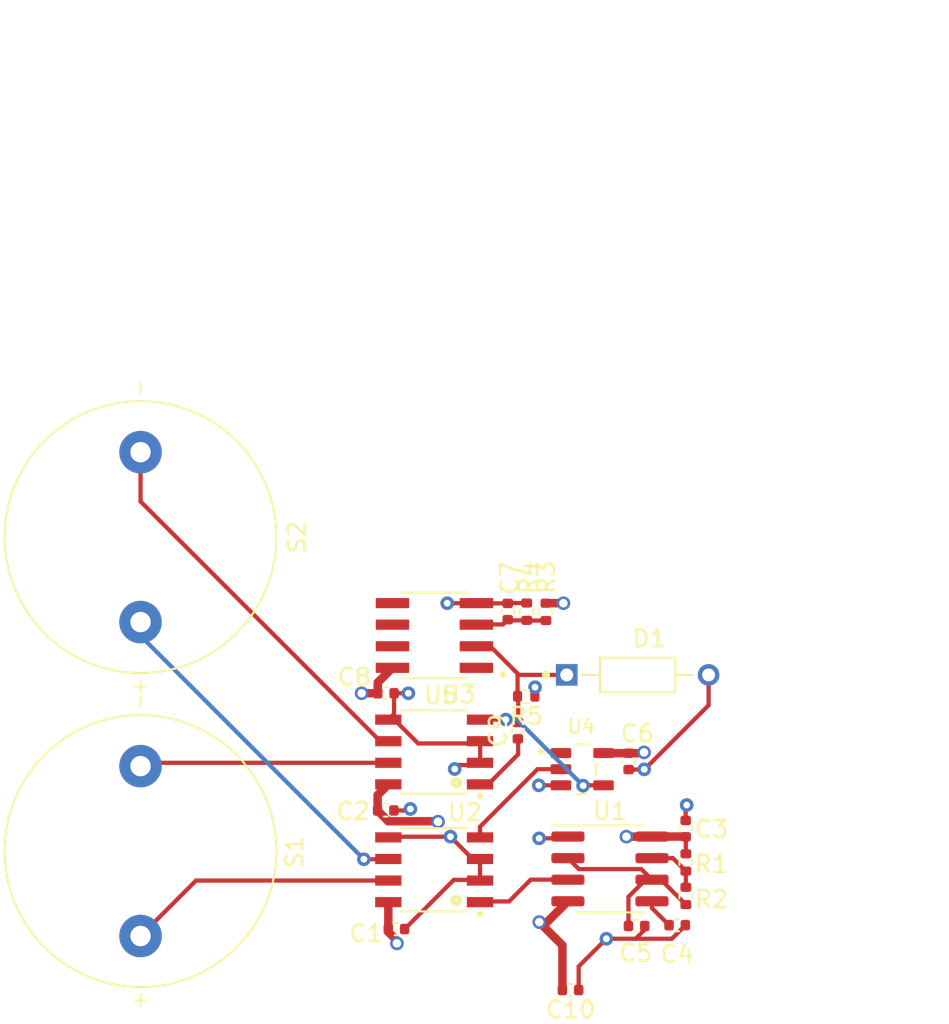
<source format=kicad_pcb>
(kicad_pcb (version 20211014) (generator pcbnew)
  (title_block (title "DCA_Sensor_Unit_PCB ") (date "2023-02-01") (rev "v1.1") (company "DCA"))
  (layers (0 "F.Cu" signal) (1 "In1.Cu" signal) (2 "In2.Cu" signal) (31 "B.Cu" signal) (34 "B.Paste" user) (35 "F.Paste" user) (36 "B.SilkS" user "B.Silkscreen") (37 "F.SilkS" user "F.Silkscreen") (38 "B.Mask" user) (39 "F.Mask" user) (44 "Edge.Cuts" user))
  (net 0 "")
  (net 1 "GND")
  (net 2 "+5V")
  (net 3 "Net-(C4-Pad1)")
  (net 4 "Net-(C5-Pad1)")
  (net 5 "Net-(C7-Pad1)")
  (net 6 "Net-(R1-Pad2)")
  (net 7 "Net-(S1-PadP)")
  (net 8 "Net-(S1-PadN)")
  (net 9 "Net-(S2-PadP)")
  (net 10 "Net-(S2-PadN)")
  (net 11 "Net-(U1-Pad3)")
  (net 12 "SAMD20 GPIO1")
  (net 13 "Net-(U3-Pad4)")
  (net 15 "SAMD20 GPIO2")
  (net 19 "Net-(C9-Pad1)")
  (net 20 "Net-(C9-Pad2)")
  (footprint "Capacitor_SMD:C_0402_1005Metric" (layer "F.Cu") (at 226.22 147.3 180)
    (fp_text reference "C2" (at 1.93 -0.05) (layer "F.SilkS"))
    (fp_text value "100nF")
    (fp_line (start -0.107836 0.36) (end 0.107836 0.36) (layer "F.SilkS") (width 0.12))
    (fp_line (start -0.107836 -0.36) (end 0.107836 -0.36) (layer "F.SilkS") (width 0.12))
    (pad "1" smd roundrect (at -0.48 0 180) (size 0.56 0.62) (layers "F.Cu" "F.Paste" "F.Mask") (net 1 "GND"))
    (pad "2" smd roundrect (at 0.48 0 180) (size 0.56 0.62) (layers "F.Cu" "F.Paste" "F.Mask") (net 2 "+5V"))
  )
  (footprint "LM193DR:SOIC127P599X175-8N" (layer "F.Cu") (at 229.085 137 180)
    (fp_text reference "U5" (at -0.385 -3.537 180) (layer "F.SilkS"))
    (fp_text value "LM193DR")
    (fp_line (start -1.95 2.525) (end 1.95 2.525) (layer "F.SilkS") (width 0.127))
    (fp_line (start -1.95 -2.525) (end 1.95 -2.525) (layer "F.SilkS") (width 0.127))
    (fp_circle (center -4.04 -2.305) (end -3.94 -2.305) (layer "F.SilkS") (width 0.2) (fill none))
    (pad "1" smd roundrect locked (at -2.47 -1.905 180) (size 1.97 0.6) (layers "F.Cu" "F.Paste" "F.Mask") (roundrect_rratio 0.07) (net 15 "SAMD20 GPIO2"))
    (pad "2" smd roundrect locked (at -2.47 -0.635 180) (size 1.97 0.6) (layers "F.Cu" "F.Paste" "F.Mask") (roundrect_rratio 0.07) (net 20 "Net-(C9-Pad2)"))
    (pad "3" smd roundrect locked (at -2.47 0.635 180) (size 1.97 0.6) (layers "F.Cu" "F.Paste" "F.Mask") (roundrect_rratio 0.07) (net 5 "Net-(C7-Pad1)"))
    (pad "4" smd roundrect locked (at -2.47 1.905 180) (size 1.97 0.6) (layers "F.Cu" "F.Paste" "F.Mask") (roundrect_rratio 0.07) (net 1 "GND"))
    (pad "5" smd roundrect locked (at 2.47 1.905 180) (size 1.97 0.6) (layers "F.Cu" "F.Paste" "F.Mask") (roundrect_rratio 0.07))
    (pad "6" smd roundrect locked (at 2.47 0.635 180) (size 1.97 0.6) (layers "F.Cu" "F.Paste" "F.Mask") (roundrect_rratio 0.07))
    (pad "7" smd roundrect locked (at 2.47 -0.635 180) (size 1.97 0.6) (layers "F.Cu" "F.Paste" "F.Mask") (roundrect_rratio 0.07))
    (pad "8" smd roundrect locked (at 2.47 -1.905 180) (size 1.97 0.6) (layers "F.Cu" "F.Paste" "F.Mask") (roundrect_rratio 0.07) (net 2 "+5V"))
  )
  (footprint "Resistor_SMD:R_0402_1005Metric" (layer "F.Cu") (at 234.52 135.6 90)
    (fp_text reference "R4" (at 2 0.07 90) (layer "F.SilkS"))
    (fp_text value "560")
    (fp_line (start -0.153641 -0.38) (end 0.153641 -0.38) (layer "F.SilkS") (width 0.12))
    (fp_line (start -0.153641 0.38) (end 0.153641 0.38) (layer "F.SilkS") (width 0.12))
    (pad "1" smd roundrect (at -0.51 0 90) (size 0.54 0.64) (layers "F.Cu" "F.Paste" "F.Mask") (net 5 "Net-(C7-Pad1)"))
    (pad "2" smd roundrect (at 0.51 0 90) (size 0.54 0.64) (layers "F.Cu" "F.Paste" "F.Mask") (net 1 "GND"))
  )
  (footprint "CUSA-TR80-18-2400-TH:XDCR_CUSA-TR80-18-2400-TH" (layer "F.Cu") (at 211.78 131.21 90)
    (fp_text reference "S2" (at 0 9.21 90) (layer "F.SilkS"))
    (fp_text value "CUSA-TR80")
    (fp_line (start -8.8 -0.3) (end -8.8 0.3) (layer "F.SilkS") (width 0.127))
    (fp_line (start -9.1 0) (end -8.5 0) (layer "F.SilkS") (width 0.127))
    (fp_line (start 9.1 0) (end 8.5 0) (layer "F.SilkS") (width 0.127))
    (fp_circle (center 0 0) (end 8 0) (layer "F.SilkS") (width 0.127) (fill none))
    (pad "N" thru_hole circle locked (at 5 0 90) (size 2.5 2.5) (drill 1.2) (layers *.Cu *.Mask) (net 10 "Net-(S2-PadN)"))
    (pad "P" thru_hole circle locked (at -5 0 90) (size 2.5 2.5) (drill 1.2) (layers *.Cu *.Mask) (net 9 "Net-(S2-PadP)"))
  )
  (footprint "Capacitor_SMD:C_0402_1005Metric" (layer "F.Cu") (at 243.88 148.37 -90)
    (fp_text reference "C3" (at 0.02 -1.52 180) (layer "F.SilkS"))
    (fp_text value "100nF")
    (fp_line (start -0.107836 -0.36) (end 0.107836 -0.36) (layer "F.SilkS") (width 0.12))
    (fp_line (start -0.107836 0.36) (end 0.107836 0.36) (layer "F.SilkS") (width 0.12))
    (pad "1" smd roundrect (at -0.48 0 270) (size 0.56 0.62) (layers "F.Cu" "F.Paste" "F.Mask") (net 1 "GND"))
    (pad "2" smd roundrect (at 0.48 0 270) (size 0.56 0.62) (layers "F.Cu" "F.Paste" "F.Mask") (net 2 "+5V"))
  )
  (footprint "Resistor_SMD:R_0402_1005Metric" (layer "F.Cu") (at 243.89 152.33 -90)
    (fp_text reference "R2" (at 0.2 -1.51 180) (layer "F.SilkS"))
    (fp_text value "1.5k")
    (fp_line (start -0.153641 0.38) (end 0.153641 0.38) (layer "F.SilkS") (width 0.12))
    (fp_line (start -0.153641 -0.38) (end 0.153641 -0.38) (layer "F.SilkS") (width 0.12))
    (pad "1" smd roundrect (at -0.51 0 270) (size 0.54 0.64) (layers "F.Cu" "F.Paste" "F.Mask") (net 6 "Net-(R1-Pad2)"))
    (pad "2" smd roundrect (at 0.51 0 270) (size 0.54 0.64) (layers "F.Cu" "F.Paste" "F.Mask") (net 4 "Net-(C5-Pad1)"))
  )
  (footprint "Capacitor_SMD:C_0402_1005Metric" (layer "F.Cu") (at 226.23 140.4)
    (fp_text reference "C8" (at -1.87 -0.96) (layer "F.SilkS"))
    (fp_text value "100nF")
    (fp_line (start -0.107836 -0.36) (end 0.107836 -0.36) (layer "F.SilkS") (width 0.12))
    (fp_line (start -0.107836 0.36) (end 0.107836 0.36) (layer "F.SilkS") (width 0.12))
    (pad "1" smd roundrect (at -0.48 0) (size 0.56 0.62) (layers "F.Cu" "F.Paste" "F.Mask") (net 2 "+5V"))
    (pad "2" smd roundrect (at 0.48 0) (size 0.56 0.62) (layers "F.Cu" "F.Paste" "F.Mask") (net 1 "GND"))
  )
  (footprint "Capacitor_SMD:C_0402_1005Metric" (layer "F.Cu") (at 237.1 157.87 180)
    (fp_text reference "C10" (at 0 -1.16) (layer "F.SilkS"))
    (fp_text value "1u")
    (fp_line (start -0.107836 0.36) (end 0.107836 0.36) (layer "F.SilkS") (width 0.12))
    (fp_line (start -0.107836 -0.36) (end 0.107836 -0.36) (layer "F.SilkS") (width 0.12))
    (pad "1" smd roundrect (at -0.48 0 180) (size 0.56 0.62) (layers "F.Cu" "F.Paste" "F.Mask") (net 1 "GND"))
    (pad "2" smd roundrect (at 0.48 0 180) (size 0.56 0.62) (layers "F.Cu" "F.Paste" "F.Mask") (net 2 "+5V"))
  )
  (footprint "Capacitor_SMD:C_0402_1005Metric" (layer "F.Cu") (at 234 142.6 90)
    (fp_text reference "C9" (at 0 -1.16 90) (layer "F.SilkS"))
    (fp_text value "10uF")
    (fp_line (start -0.107836 -0.36) (end 0.107836 -0.36) (layer "F.SilkS") (width 0.12))
    (fp_line (start -0.107836 0.36) (end 0.107836 0.36) (layer "F.SilkS") (width 0.12))
    (pad "1" smd roundrect (at -0.48 0 90) (size 0.56 0.62) (layers "F.Cu" "F.Paste" "F.Mask") (net 19 "Net-(C9-Pad1)"))
    (pad "2" smd roundrect (at 0.48 0 90) (size 0.56 0.62) (layers "F.Cu" "F.Paste" "F.Mask") (net 20 "Net-(C9-Pad2)"))
  )
  (footprint "Capacitor_SMD:C_0402_1005Metric" (layer "F.Cu") (at 240.99 154.1)
    (fp_text reference "C5" (at -0.05 1.59) (layer "F.SilkS"))
    (fp_text value "10nF")
    (fp_line (start -0.107836 -0.36) (end 0.107836 -0.36) (layer "F.SilkS") (width 0.12))
    (fp_line (start -0.107836 0.36) (end 0.107836 0.36) (layer "F.SilkS") (width 0.12))
    (pad "1" smd roundrect (at -0.48 0) (size 0.56 0.62) (layers "F.Cu" "F.Paste" "F.Mask") (net 4 "Net-(C5-Pad1)"))
    (pad "2" smd roundrect (at 0.48 0) (size 0.56 0.62) (layers "F.Cu" "F.Paste" "F.Mask") (net 1 "GND"))
  )
  (footprint "Capacitor_SMD:C_0402_1005Metric" (layer "F.Cu") (at 243.38 154.05)
    (fp_text reference "C4" (at 0 1.71) (layer "F.SilkS"))
    (fp_text value "1nF")
    (fp_line (start -0.107836 -0.36) (end 0.107836 -0.36) (layer "F.SilkS") (width 0.12))
    (fp_line (start -0.107836 0.36) (end 0.107836 0.36) (layer "F.SilkS") (width 0.12))
    (pad "1" smd roundrect (at -0.48 0) (size 0.56 0.62) (layers "F.Cu" "F.Paste" "F.Mask") (net 3 "Net-(C4-Pad1)"))
    (pad "2" smd roundrect (at 0.48 0) (size 0.56 0.62) (layers "F.Cu" "F.Paste" "F.Mask") (net 1 "GND"))
  )
  (footprint "Resistor_SMD:R_0402_1005Metric" (layer "F.Cu") (at 235.65 135.61 -90)
    (fp_text reference "R3" (at -2.02 -0.02 90) (layer "F.SilkS"))
    (fp_text value "2.7k")
    (fp_line (start -0.153641 -0.38) (end 0.153641 -0.38) (layer "F.SilkS") (width 0.12))
    (fp_line (start -0.153641 0.38) (end 0.153641 0.38) (layer "F.SilkS") (width 0.12))
    (pad "1" smd roundrect (at -0.51 0 270) (size 0.54 0.64) (layers "F.Cu" "F.Paste" "F.Mask") (net 2 "+5V"))
    (pad "2" smd roundrect (at 0.51 0 270) (size 0.54 0.64) (layers "F.Cu" "F.Paste" "F.Mask") (net 5 "Net-(C7-Pad1)"))
  )
  (footprint "Resistor_SMD:R_0402_1005Metric" (layer "F.Cu") (at 234.49 140.58 180)
    (fp_text reference "R5" (at 0 -1.17) (layer "F.SilkS"))
    (fp_text value "220")
    (fp_line (start -0.153641 0.38) (end 0.153641 0.38) (layer "F.SilkS") (width 0.12))
    (fp_line (start -0.153641 -0.38) (end 0.153641 -0.38) (layer "F.SilkS") (width 0.12))
    (pad "1" smd roundrect (at -0.51 0 180) (size 0.54 0.64) (layers "F.Cu" "F.Paste" "F.Mask") (net 2 "+5V"))
    (pad "2" smd roundrect (at 0.51 0 180) (size 0.54 0.64) (layers "F.Cu" "F.Paste" "F.Mask") (net 20 "Net-(C9-Pad2)"))
  )
  (footprint "CUSA-TR80-18-2400-TH:XDCR_CUSA-TR80-18-2400-TH" (layer "F.Cu") (at 211.78 149.69 90)
    (fp_text reference "S1" (at -0.06 9.07 90) (layer "F.SilkS"))
    (fp_text value "CUSA-TR80")
    (fp_line (start -8.8 -0.3) (end -8.8 0.3) (layer "F.SilkS") (width 0.127))
    (fp_line (start -9.1 0) (end -8.5 0) (layer "F.SilkS") (width 0.127))
    (fp_line (start 9.1 0) (end 8.5 0) (layer "F.SilkS") (width 0.127))
    (fp_circle (center 0 0) (end 8 0) (layer "F.SilkS") (width 0.127) (fill none))
    (pad "N" thru_hole circle locked (at 5 0 90) (size 2.5 2.5) (drill 1.2) (layers *.Cu *.Mask) (net 8 "Net-(S1-PadN)"))
    (pad "P" thru_hole circle locked (at -5 0 90) (size 2.5 2.5) (drill 1.2) (layers *.Cu *.Mask) (net 7 "Net-(S1-PadP)"))
  )
  (footprint "MAX4528CSA_:SOIC127P600X175-8N" (layer "F.Cu") (at 229.07 143.85875 180)
    (fp_text reference "U3" (at -1.45 3.37) (layer "F.SilkS") (effects (font (size 1.001669 1.001669))))
    (fp_text value "MAX4528CSA+")
    (fp_line (start -1.95 -2.45) (end 1.95 -2.45) (layer "F.SilkS") (width 0.127))
    (fp_line (start 1.95 2.45) (end -1.95 2.45) (layer "F.SilkS") (width 0.127))
    (fp_circle (center -2.7 -2.6) (end -2.6 -2.6) (layer "F.SilkS") (width 0.2) (fill none))
    (fp_circle (center -1.3 -1.8) (end -1.1 -1.8) (layer "F.SilkS") (width 0.3) (fill none))
    (pad "1" smd rect locked (at -2.7 -1.905 180) (size 1.55 0.6) (layers "F.Cu" "F.Paste" "F.Mask") (net 19 "Net-(C9-Pad1)"))
    (pad "2" smd rect locked (at -2.7 -0.635 180) (size 1.55 0.6) (layers "F.Cu" "F.Paste" "F.Mask") (net 1 "GND"))
    (pad "3" smd rect locked (at -2.7 0.635 180) (size 1.55 0.6) (layers "F.Cu" "F.Paste" "F.Mask") (net 1 "GND"))
    (pad "4" smd rect locked (at -2.7 1.905 180) (size 1.55 0.6) (layers "F.Cu" "F.Paste" "F.Mask") (net 13 "Net-(U3-Pad4)"))
    (pad "5" smd rect locked (at 2.7 1.905 180) (size 1.55 0.6) (layers "F.Cu" "F.Paste" "F.Mask") (net 1 "GND"))
    (pad "6" smd rect locked (at 2.7 0.635 180) (size 1.55 0.6) (layers "F.Cu" "F.Paste" "F.Mask") (net 10 "Net-(S2-PadN)"))
    (pad "7" smd rect locked (at 2.7 -0.635 180) (size 1.55 0.6) (layers "F.Cu" "F.Paste" "F.Mask") (net 8 "Net-(S1-PadN)"))
    (pad "8" smd rect locked (at 2.7 -1.905 180) (size 1.55 0.6) (layers "F.Cu" "F.Paste" "F.Mask") (net 2 "+5V"))
  )
  (footprint "Resistor_SMD:R_0402_1005Metric" (layer "F.Cu") (at 243.89 150.36 -90)
    (fp_text reference "R1" (at 0.1 -1.51 180) (layer "F.SilkS"))
    (fp_text value "820")
    (fp_line (start -0.153641 -0.38) (end 0.153641 -0.38) (layer "F.SilkS") (width 0.12))
    (fp_line (start -0.153641 0.38) (end 0.153641 0.38) (layer "F.SilkS") (width 0.12))
    (pad "1" smd roundrect (at -0.51 0 270) (size 0.54 0.64) (layers "F.Cu" "F.Paste" "F.Mask") (net 2 "+5V"))
    (pad "2" smd roundrect (at 0.51 0 270) (size 0.54 0.64) (layers "F.Cu" "F.Paste" "F.Mask") (net 6 "Net-(R1-Pad2)"))
  )
  (footprint "SN74AHC1G04DBVR:SOT95P280X145-5N" (layer "F.Cu") (at 237.7875 144.87)
    (fp_text reference "U4" (at -0.06 -2.508) (layer "F.SilkS") (effects (font (size 0.8 0.8))))
    (fp_text value "SN74AHC1G04DBVR")
    (fp_line (start 0.8 -0.335) (end 0.8 0.335) (layer "F.SilkS") (width 0.127))
    (fp_line (start 0.33 1.45) (end -0.33 1.45) (layer "F.SilkS") (width 0.127))
    (fp_line (start -0.33 -1.45) (end 0.33 -1.45) (layer "F.SilkS") (width 0.127))
    (fp_circle (center -2.41 -1.05) (end -2.31 -1.05) (layer "F.SilkS") (width 0.2) (fill none))
    (pad "1" smd roundrect locked (at -1.255 -0.95) (size 1.21 0.59) (layers "F.Cu" "F.Paste" "F.Mask") (roundrect_rratio 0.15))
    (pad "2" smd roundrect locked (at -1.255 0) (size 1.21 0.59) (layers "F.Cu" "F.Paste" "F.Mask") (roundrect_rratio 0.15) (net 12 "SAMD20 GPIO1"))
    (pad "3" smd roundrect locked (at -1.255 0.95) (size 1.21 0.59) (layers "F.Cu" "F.Paste" "F.Mask") (roundrect_rratio 0.15) (net 1 "GND"))
    (pad "4" smd roundrect locked (at 1.255 0.95) (size 1.21 0.59) (layers "F.Cu" "F.Paste" "F.Mask") (roundrect_rratio 0.15) (net 13 "Net-(U3-Pad4)"))
    (pad "5" smd roundrect locked (at 1.255 -0.95) (size 1.21 0.59) (layers "F.Cu" "F.Paste" "F.Mask") (roundrect_rratio 0.15) (net 2 "+5V"))
  )
  (footprint "Capacitor_SMD:C_0402_1005Metric" (layer "F.Cu") (at 233.4 135.59 90)
    (fp_text reference "C7" (at 1.98 0.11 90) (layer "F.SilkS"))
    (fp_text value "100nF")
    (fp_line (start -0.107836 -0.36) (end 0.107836 -0.36) (layer "F.SilkS") (width 0.12))
    (fp_line (start -0.107836 0.36) (end 0.107836 0.36) (layer "F.SilkS") (width 0.12))
    (pad "1" smd roundrect (at -0.48 0 90) (size 0.56 0.62) (layers "F.Cu" "F.Paste" "F.Mask") (net 5 "Net-(C7-Pad1)"))
    (pad "2" smd roundrect (at 0.48 0 90) (size 0.56 0.62) (layers "F.Cu" "F.Paste" "F.Mask") (net 1 "GND"))
  )
  (footprint "MAX4528CSA_:SOIC127P600X175-8N" (layer "F.Cu") (at 229.07 150.79 180)
    (fp_text reference "U2" (at -1.81 3.37) (layer "F.SilkS") (effects (font (size 1.001669 1.001669))))
    (fp_text value "MAX4528CSA+")
    (fp_line (start 1.95 2.45) (end -1.95 2.45) (layer "F.SilkS") (width 0.127))
    (fp_line (start -1.95 -2.45) (end 1.95 -2.45) (layer "F.SilkS") (width 0.127))
    (fp_circle (center -2.7 -2.6) (end -2.6 -2.6) (layer "F.SilkS") (width 0.2) (fill none))
    (fp_circle (center -1.3 -1.8) (end -1.1 -1.8) (layer "F.SilkS") (width 0.3) (fill none))
    (pad "1" smd rect locked (at -2.7 -1.905 180) (size 1.55 0.6) (layers "F.Cu" "F.Paste" "F.Mask") (net 11 "Net-(U1-Pad3)"))
    (pad "2" smd rect locked (at -2.7 -0.635 180) (size 1.55 0.6) (layers "F.Cu" "F.Paste" "F.Mask") (net 1 "GND"))
    (pad "3" smd rect locked (at -2.7 0.635 180) (size 1.55 0.6) (layers "F.Cu" "F.Paste" "F.Mask") (net 1 "GND"))
    (pad "4" smd rect locked (at -2.7 1.905 180) (size 1.55 0.6) (layers "F.Cu" "F.Paste" "F.Mask") (net 12 "SAMD20 GPIO1"))
    (pad "5" smd rect locked (at 2.7 1.905 180) (size 1.55 0.6) (layers "F.Cu" "F.Paste" "F.Mask") (net 1 "GND"))
    (pad "6" smd rect locked (at 2.7 0.635 180) (size 1.55 0.6) (layers "F.Cu" "F.Paste" "F.Mask") (net 9 "Net-(S2-PadP)"))
    (pad "7" smd rect locked (at 2.7 -0.635 180) (size 1.55 0.6) (layers "F.Cu" "F.Paste" "F.Mask") (net 7 "Net-(S1-PadP)"))
    (pad "8" smd rect locked (at 2.7 -1.905 180) (size 1.55 0.6) (layers "F.Cu" "F.Paste" "F.Mask") (net 2 "+5V"))
  )
  (footprint "Capacitor_SMD:C_0402_1005Metric" (layer "F.Cu") (at 226.85 154.28 180)
    (fp_text reference "C1" (at 1.79 -0.26) (layer "F.SilkS"))
    (fp_text value "100nF")
    (fp_line (start -0.107836 -0.36) (end 0.107836 -0.36) (layer "F.SilkS") (width 0.12))
    (fp_line (start -0.107836 0.36) (end 0.107836 0.36) (layer "F.SilkS") (width 0.12))
    (pad "1" smd roundrect (at -0.48 0 180) (size 0.56 0.62) (layers "F.Cu" "F.Paste" "F.Mask") (net 1 "GND"))
    (pad "2" smd roundrect (at 0.48 0 180) (size 0.56 0.62) (layers "F.Cu" "F.Paste" "F.Mask") (net 2 "+5V"))
  )
  (footprint "Package_SO:SOIC-8_3.9x4.9mm_P1.27mm" (layer "F.Cu") (at 239.42 150.74)
    (fp_text reference "U1" (at 0 -3.4) (layer "F.SilkS"))
    (fp_text value "LM555xM")
    (fp_line (start 0 2.56) (end -1.95 2.56) (layer "F.SilkS") (width 0.12))
    (fp_line (start 0 -2.56) (end -3.45 -2.56) (layer "F.SilkS") (width 0.12))
    (fp_line (start 0 2.56) (end 1.95 2.56) (layer "F.SilkS") (width 0.12))
    (fp_line (start 0 -2.56) (end 1.95 -2.56) (layer "F.SilkS") (width 0.12))
    (pad "1" smd roundrect (at -2.475 -1.905) (size 1.95 0.6) (layers "F.Cu" "F.Paste" "F.Mask") (net 1 "GND"))
    (pad "2" smd roundrect (at -2.475 -0.635) (size 1.95 0.6) (layers "F.Cu" "F.Paste" "F.Mask") (net 4 "Net-(C5-Pad1)"))
    (pad "3" smd roundrect (at -2.475 0.635) (size 1.95 0.6) (layers "F.Cu" "F.Paste" "F.Mask") (net 11 "Net-(U1-Pad3)"))
    (pad "4" smd roundrect (at -2.475 1.905) (size 1.95 0.6) (layers "F.Cu" "F.Paste" "F.Mask") (net 2 "+5V"))
    (pad "5" smd roundrect (at 2.475 1.905) (size 1.95 0.6) (layers "F.Cu" "F.Paste" "F.Mask") (net 3 "Net-(C4-Pad1)"))
    (pad "6" smd roundrect (at 2.475 0.635) (size 1.95 0.6) (layers "F.Cu" "F.Paste" "F.Mask") (net 4 "Net-(C5-Pad1)"))
    (pad "7" smd roundrect (at 2.475 -0.635) (size 1.95 0.6) (layers "F.Cu" "F.Paste" "F.Mask") (net 6 "Net-(R1-Pad2)"))
    (pad "8" smd roundrect (at 2.475 -1.905) (size 1.95 0.6) (layers "F.Cu" "F.Paste" "F.Mask") (net 2 "+5V"))
  )
  (footprint "DIOAD835W50L444D203:DIOAD835W50L444D203" (layer "F.Cu") (at 241.0525 139.32)
    (fp_text reference "D1" (at 0.675 -2.135) (layer "F.SilkS"))
    (fp_text value "1Vf")
    (fp_line (start 2.22 -1.02) (end 2.22 0) (layer "F.SilkS") (width 0.127))
    (fp_line (start -2.22 0) (end -3.3 0) (layer "F.SilkS") (width 0.127))
    (fp_line (start 2.22 0) (end 2.22 1.02) (layer "F.SilkS") (width 0.127))
    (fp_line (start -2.22 0) (end -2.22 -1.02) (layer "F.SilkS") (width 0.127))
    (fp_line (start -2.22 -1.02) (end 2.22 -1.02) (layer "F.SilkS") (width 0.127))
    (fp_line (start 2.22 1.02) (end -2.22 1.02) (layer "F.SilkS") (width 0.127))
    (fp_line (start -2.22 1.02) (end -2.22 0) (layer "F.SilkS") (width 0.127))
    (fp_line (start 2.22 0) (end 3.3 0) (layer "F.SilkS") (width 0.127))
    (fp_circle (center -5.4 0) (end -5.28 0) (layer "F.SilkS") (width 0.24) (fill none))
    (pad "1" thru_hole rect locked (at -4.1765 0) (size 1.268 1.268) (drill 0.76) (layers *.Cu *.Mask) (net 20 "Net-(C9-Pad2)"))
    (pad "2" thru_hole circle locked (at 4.1765 0) (size 1.268 1.268) (drill 0.76) (layers *.Cu *.Mask) (net 1 "GND"))
  )
  (footprint "Capacitor_SMD:C_0402_1005Metric" (layer "F.Cu") (at 240.52 144.41 90)
    (fp_text reference "C6" (at 1.64 0.51 180) (layer "F.SilkS"))
    (fp_text value "100nF")
    (fp_line (start -0.107836 -0.36) (end 0.107836 -0.36) (layer "F.SilkS") (width 0.12))
    (fp_line (start -0.107836 0.36) (end 0.107836 0.36) (layer "F.SilkS") (width 0.12))
    (pad "1" smd roundrect (at -0.48 0 90) (size 0.56 0.62) (layers "F.Cu" "F.Paste" "F.Mask") (net 1 "GND"))
    (pad "2" smd roundrect (at 0.48 0 90) (size 0.56 0.62) (layers "F.Cu" "F.Paste" "F.Mask") (net 2 "+5V"))
  )
  (segment (start 235.25 148.94) (end 236.84 148.94) (width 0.25) (layer "F.Cu") (net 1))
  (segment (start 228.125 143.355) (end 226.855 142.085) (width 0.25) (layer "F.Cu") (net 1))
  (segment (start 230.515 144.625) (end 231.78 144.625) (width 0.25) (layer "F.Cu") (net 1))
  (segment (start 229.84 135.1) (end 231.55 135.1) (width 0.25) (layer "F.Cu") (net 1))
  (segment (start 226.71 140.4) (end 226.71 141.61375) (width 0.25) (layer "F.Cu") (net 1))
  (segment (start 236.84 148.94) (end 236.945 148.835) (width 0.25) (layer "F.Cu") (net 1))
  (segment (start 239.21 154.85) (end 237.58 156.48) (width 0.25) (layer "F.Cu") (net 1))
  (segment (start 243.86 154.057609) (end 243.86 154.05) (width 0.25) (layer "F.Cu") (net 1))
  (segment (start 243.88 147.89) (end 243.88 147.04) (width 0.25) (layer "F.Cu") (net 1))
  (segment (start 239.21 154.85) (end 240.93 154.85) (width 0.25) (layer "F.Cu") (net 1))
  (segment (start 241.43 144.89) (end 240.52 144.89) (width 0.25) (layer "F.Cu") (net 1))
  (segment (start 233.4 135.11) (end 231.57 135.11) (width 0.25) (layer "F.Cu") (net 1))
  (segment (start 231.77 150.115) (end 231.295 150.115) (width 0.25) (layer "F.Cu") (net 1))
  (segment (start 230.225 151.385) (end 231.77 151.385) (width 0.25) (layer "F.Cu") (net 1))
  (segment (start 227.33 154.28) (end 230.225 151.385) (width 0.25) (layer "F.Cu") (net 1))
  (segment (start 241.454113 144.88) (end 241.44 144.88) (width 0.25) (layer "F.Cu") (net 1))
  (segment (start 226.37 148.845) (end 230.025 148.845) (width 0.25) (layer "F.Cu") (net 1))
  (segment (start 241.44 144.88) (end 241.43 144.89) (width 0.25) (layer "F.Cu") (net 1))
  (segment (start 245.229 141.105113) (end 241.454113 144.88) (width 0.25) (layer "F.Cu") (net 1))
  (segment (start 231.55 135.1) (end 231.555 135.095) (width 0.25) (layer "F.Cu") (net 1))
  (segment (start 243.88 147.04) (end 243.94 146.98) (width 0.25) (layer "F.Cu") (net 1))
  (segment (start 231.295 150.115) (end 230.025 148.845) (width 0.25) (layer "F.Cu") (net 1))
  (segment (start 226.71 140.4) (end 227.55 140.4) (width 0.25) (layer "F.Cu") (net 1))
  (segment (start 227.5805 147.3) (end 227.67 147.2105) (width 0.25) (layer "F.Cu") (net 1))
  (segment (start 245.229 139.32) (end 245.229 141.105113) (width 0.25) (layer "F.Cu") (net 1))
  (segment (start 233.42 135.09) (end 233.4 135.11) (width 0.25) (layer "F.Cu") (net 1))
  (segment (start 231.78 143.355) (end 228.125 143.355) (width 0.25) (layer "F.Cu") (net 1))
  (segment (start 241.47 154.31) (end 240.93 154.85) (width 0.25) (layer "F.Cu") (net 1))
  (segment (start 226.7 147.3) (end 227.5805 147.3) (width 0.25) (layer "F.Cu") (net 1))
  (segment (start 226.71 141.61375) (end 226.37 141.95375) (width 0.25) (layer "F.Cu") (net 1))
  (segment (start 231.57 135.11) (end 231.555 135.095) (width 0.25) (layer "F.Cu") (net 1))
  (segment (start 231.77 151.385) (end 231.77 150.115) (width 0.25) (layer "F.Cu") (net 1))
  (segment (start 240.93 154.85) (end 243.067609 154.85) (width 0.25) (layer "F.Cu") (net 1))
  (segment (start 243.067609 154.85) (end 243.86 154.057609) (width 0.25) (layer "F.Cu") (net 1))
  (segment (start 231.78 144.625) (end 231.78 143.355) (width 0.25) (layer "F.Cu") (net 1))
  (segment (start 226.855 142.085) (end 226.38 142.085) (width 0.25) (layer "F.Cu") (net 1))
  (segment (start 237.58 156.48) (end 237.58 157.87) (width 0.25) (layer "F.Cu") (net 1))
  (segment (start 236.5325 145.82) (end 235.23 145.82) (width 0.25) (layer "F.Cu") (net 1))
  (segment (start 241.47 154.1) (end 241.47 154.31) (width 0.25) (layer "F.Cu") (net 1))
  (segment (start 230.28 144.86) (end 230.515 144.625) (width 0.25) (layer "F.Cu") (net 1))
  (segment (start 234.52 135.09) (end 233.42 135.09) (width 0.25) (layer "F.Cu") (net 1))
  (via (at 235.25 148.94) (size 0.8) (drill 0.4) (layers "F.Cu" "B.Cu") (net 1))
  (via (at 227.67 147.2105) (size 0.8) (drill 0.4) (layers "F.Cu" "B.Cu") (net 1))
  (via (at 230.03 148.84) (size 0.8) (drill 0.4) (layers "F.Cu" "B.Cu") (net 1))
  (via (at 227.55 140.4) (size 0.8) (drill 0.4) (layers "F.Cu" "B.Cu") (net 1))
  (via (at 243.94 146.98) (size 0.8) (drill 0.4) (layers "F.Cu" "B.Cu") (net 1))
  (via (at 241.44 144.88) (size 0.8) (drill 0.4) (layers "F.Cu" "B.Cu") (net 1))
  (via (at 229.84 135.1) (size 0.8) (drill 0.4) (layers "F.Cu" "B.Cu") (net 1))
  (via (at 239.21 154.85) (size 0.8) (drill 0.4) (layers "F.Cu" "B.Cu") (net 1))
  (via (at 230.28 144.86) (size 0.8) (drill 0.4) (layers "F.Cu" "B.Cu") (net 1))
  (via (at 235.23 145.82) (size 0.8) (drill 0.4) (layers "F.Cu" "B.Cu") (net 1))
  (segment (start 236.68 135.1) (end 235.65 135.1) (width 0.5) (layer "F.Cu") (net 2))
  (segment (start 229.3 147.96) (end 229.275 147.935) (width 0.5) (layer "F.Cu") (net 2))
  (segment (start 224.8 140.4) (end 225.75 140.4) (width 0.5) (layer "F.Cu") (net 2))
  (segment (start 241.378808 143.93) (end 241.428242 143.880566) (width 0.5) (layer "F.Cu") (net 2))
  (segment (start 235.27 153.88) (end 236.62 155.23) (width 0.5) (layer "F.Cu") (net 2))
  (segment (start 235.71 153.88) (end 235.27 153.88) (width 0.5) (layer "F.Cu") (net 2))
  (segment (start 236.945 152.645) (end 235.71 153.88) (width 0.5) (layer "F.Cu") (net 2))
  (segment (start 229.275 147.935) (end 226.367391 147.935) (width 0.5) (layer "F.Cu") (net 2))
  (segment (start 241.895 148.835) (end 243.865 148.835) (width 0.5) (layer "F.Cu") (net 2))
  (segment (start 243.89 148.86) (end 243.88 148.85) (width 0.25) (layer "F.Cu") (net 2))
  (segment (start 240.52 143.93) (end 241.378808 143.93) (width 0.5) (layer "F.Cu") (net 2))
  (segment (start 239.0525 143.93) (end 239.0425 143.92) (width 0.25) (layer "F.Cu") (net 2))
  (segment (start 241.89 148.84) (end 241.895 148.835) (width 0.25) (layer "F.Cu") (net 2))
  (segment (start 226.367391 147.935) (end 225.74 147.307609) (width 0.5) (layer "F.Cu") (net 2))
  (segment (start 225.74 147.307609) (end 225.74 147.3) (width 0.25) (layer "F.Cu") (net 2))
  (segment (start 236.62 155.23) (end 236.62 157.87) (width 0.5) (layer "F.Cu") (net 2))
  (segment (start 226.37 152.655) (end 226.37 154.28) (width 0.5) (layer "F.Cu") (net 2))
  (segment (start 235.27 153.88) (end 235.26 153.87) (width 0.25) (layer "F.Cu") (net 2))
  (segment (start 235.01 140.0445) (end 235.01 140.57) (width 0.5) (layer "F.Cu") (net 2))
  (segment (start 226.37 154.45) (end 226.37 154.28) (width 0.25) (layer "F.Cu") (net 2))
  (segment (start 243.89 149.85) (end 243.89 148.86) (width 0.25) (layer "F.Cu") (net 2))
  (segment (start 235.01 140.57) (end 235 140.58) (width 0.5) (layer "F.Cu") (net 2))
  (segment (start 225.75 139.77) (end 225.75 140.4) (width 0.5) (layer "F.Cu") (net 2))
  (segment (start 240.39 148.84) (end 241.89 148.84) (width 0.5) (layer "F.Cu") (net 2))
  (segment (start 226.93 155.01) (end 226.37 154.45) (width 0.5) (layer "F.Cu") (net 2))
  (segment (start 225.74 146.39375) (end 225.74 147.3) (width 0.5) (layer "F.Cu") (net 2))
  (segment (start 226.615 138.905) (end 225.75 139.77) (width 0.5) (layer "F.Cu") (net 2))
  (segment (start 226.37 145.76375) (end 225.74 146.39375) (width 0.5) (layer "F.Cu") (net 2))
  (segment (start 240.52 143.93) (end 239.0525 143.93) (width 0.5) (layer "F.Cu") (net 2))
  (segment (start 243.865 148.835) (end 243.88 148.85) (width 0.25) (layer "F.Cu") (net 2))
  (via (at 241.428242 143.880566) (size 0.8) (drill 0.5) (layers "F.Cu" "B.Cu") (net 2))
  (via (at 236.68 135.1) (size 0.8) (drill 0.5) (layers "F.Cu" "B.Cu") (net 2))
  (via (at 240.39 148.84) (size 0.8) (drill 0.5) (layers "F.Cu" "B.Cu") (net 2))
  (via (at 229.3 147.96) (size 0.8) (drill 0.5) (layers "F.Cu" "B.Cu") (net 2))
  (via (at 235.26 153.87) (size 0.8) (drill 0.5) (layers "F.Cu" "B.Cu") (net 2))
  (via (at 235.01 140.0445) (size 0.8) (drill 0.4) (layers "F.Cu" "B.Cu") (net 2))
  (via (at 224.8 140.4) (size 0.8) (drill 0.5) (layers "F.Cu" "B.Cu") (net 2))
  (via (at 226.878588 155.120734) (size 0.8) (drill 0.5) (layers "F.Cu" "B.Cu") (net 2))
  (segment (start 241.895 152.645) (end 241.895 153.045) (width 0.25) (layer "F.Cu") (net 3))
  (segment (start 241.895 153.045) (end 242.9 154.05) (width 0.25) (layer "F.Cu") (net 3))
  (segment (start 236.945 150.105) (end 237.59 150.75) (width 0.25) (layer "F.Cu") (net 4))
  (segment (start 241.27 150.75) (end 241.895 151.375) (width 0.25) (layer "F.Cu") (net 4))
  (segment (start 241.518249 151.375) (end 241.895 151.375) (width 0.25) (layer "F.Cu") (net 4))
  (segment (start 237.59 150.75) (end 241.27 150.75) (width 0.25) (layer "F.Cu") (net 4))
  (segment (start 240.51 152.383249) (end 241.518249 151.375) (width 0.25) (layer "F.Cu") (net 4))
  (segment (start 241.895 151.375) (end 242.425 151.375) (width 0.25) (layer "F.Cu") (net 4))
  (segment (start 240.51 154.1) (end 240.51 152.383249) (width 0.25) (layer "F.Cu") (net 4))
  (segment (start 242.425 151.375) (end 243.89 152.84) (width 0.25) (layer "F.Cu") (net 4))
  (segment (start 234.53 136.12) (end 234.52 136.11) (width 0.25) (layer "F.Cu") (net 5))
  (segment (start 233.44 136.11) (end 233.4 136.07) (width 0.25) (layer "F.Cu") (net 5))
  (segment (start 233.4 136.07) (end 233.12 136.35) (width 0.25) (layer "F.Cu") (net 5))
  (segment (start 233.12 136.35) (end 231.57 136.35) (width 0.25) (layer "F.Cu") (net 5))
  (segment (start 231.57 136.35) (end 231.555 136.365) (width 0.25) (layer "F.Cu") (net 5))
  (segment (start 234.52 136.11) (end 233.44 136.11) (width 0.25) (layer "F.Cu") (net 5))
  (segment (start 235.65 136.12) (end 234.53 136.12) (width 0.25) (layer "F.Cu") (net 5))
  (segment (start 241.895 150.105) (end 243.125 150.105) (width 0.25) (layer "F.Cu") (net 6))
  (segment (start 243.89 151.82) (end 243.89 150.87) (width 0.25) (layer "F.Cu") (net 6))
  (segment (start 243.125 150.105) (end 243.89 150.87) (width 0.25) (layer "F.Cu") (net 6))
  (segment (start 226.37 151.425) (end 215.045 151.425) (width 0.25) (layer "F.Cu") (net 7))
  (segment (start 215.045 151.425) (end 211.78 154.69) (width 0.25) (layer "F.Cu") (net 7))
  (segment (start 226.37 144.49375) (end 211.97625 144.49375) (width 0.25) (layer "F.Cu") (net 8))
  (segment (start 211.97625 144.49375) (end 211.78 144.69) (width 0.25) (layer "F.Cu") (net 8))
  (segment (start 226.37 150.155) (end 225.915 150.155) (width 0.25) (layer "F.Cu") (net 9))
  (segment (start 225.9 150.17) (end 224.93 150.17) (width 0.25) (layer "F.Cu") (net 9))
  (segment (start 225.915 150.155) (end 225.9 150.17) (width 0.25) (layer "F.Cu") (net 9))
  (via (at 224.93 150.17) (size 0.8) (drill 0.4) (layers "F.Cu" "B.Cu") (net 9))
  (segment (start 211.79 137.03) (end 211.79 136.23) (width 0.25) (layer "B.Cu") (net 9))
  (segment (start 224.93 150.17) (end 211.79 137.03) (width 0.25) (layer "B.Cu") (net 9))
  (segment (start 225.895 143.22375) (end 211.78 129.10875) (width 0.25) (layer "F.Cu") (net 10))
  (segment (start 211.78 129.10875) (end 211.78 126.21) (width 0.25) (layer "F.Cu") (net 10))
  (segment (start 226.37 143.22375) (end 225.895 143.22375) (width 0.25) (layer "F.Cu") (net 10))
  (segment (start 234.76 151.37) (end 236.94 151.37) (width 0.25) (layer "F.Cu") (net 11))
  (segment (start 231.77 152.655) (end 233.475 152.655) (width 0.25) (layer "F.Cu") (net 11))
  (segment (start 236.94 151.37) (end 236.945 151.375) (width 0.25) (layer "F.Cu") (net 11))
  (segment (start 233.475 152.655) (end 234.76 151.37) (width 0.25) (layer "F.Cu") (net 11))
  (segment (start 231.77 148.254695) (end 231.77 148.885) (width 0.25) (layer "F.Cu") (net 12))
  (segment (start 236.5325 144.87) (end 235.154695 144.87) (width 0.25) (layer "F.Cu") (net 12))
  (segment (start 235.154695 144.87) (end 231.77 148.254695) (width 0.25) (layer "F.Cu") (net 12))
  (segment (start 237.86 145.82) (end 237.84 145.84) (width 0.25) (layer "F.Cu") (net 13))
  (segment (start 233.29 141.95) (end 231.77375 141.95) (width 0.25) (layer "F.Cu") (net 13))
  (segment (start 239.0425 145.82) (end 237.86 145.82) (width 0.25) (layer "F.Cu") (net 13))
  (segment (start 231.77375 141.95) (end 231.77 141.95375) (width 0.25) (layer "F.Cu") (net 13))
  (via (at 233.29 141.95) (size 0.8) (drill 0.4) (layers "F.Cu" "B.Cu") (net 13))
  (via (at 237.84 145.84) (size 0.8) (drill 0.4) (layers "F.Cu" "B.Cu") (net 13))
  (segment (start 233.95 141.95) (end 233.29 141.95) (width 0.25) (layer "B.Cu") (net 13))
  (segment (start 237.84 145.84) (end 233.95 141.95) (width 0.25) (layer "B.Cu") (net 13))
  (segment (start 234.015 143.99375) (end 234.015 143.095) (width 0.25) (layer "F.Cu") (net 19))
  (segment (start 232.245 145.76375) (end 234.015 143.99375) (width 0.25) (layer "F.Cu") (net 19))
  (segment (start 231.77 145.76375) (end 232.245 145.76375) (width 0.25) (layer "F.Cu") (net 19))
  (segment (start 234.015 143.095) (end 234 143.08) (width 0.25) (layer "F.Cu") (net 19))
  (segment (start 234.015 139.275) (end 234.06 139.32) (width 0.25) (layer "F.Cu") (net 20))
  (segment (start 232.375 137.635) (end 231.555 137.635) (width 0.25) (layer "F.Cu") (net 20))
  (segment (start 233.98 139.31) (end 234.015 139.275) (width 0.25) (layer "F.Cu") (net 20))
  (segment (start 234.015 139.275) (end 232.375 137.635) (width 0.25) (layer "F.Cu") (net 20))
  (segment (start 233.98 140.58) (end 233.98 139.31) (width 0.25) (layer "F.Cu") (net 20))
  (segment (start 234.02 140.62) (end 233.98 140.58) (width 0.25) (layer "F.Cu") (net 20))
  (segment (start 234.02 142.1) (end 234.02 140.62) (width 0.25) (layer "F.Cu") (net 20))
  (segment (start 234.06 139.32) (end 236.876 139.32) (width 0.25) (layer "F.Cu") (net 20))
  (segment (start 234 142.12) (end 234.02 142.1) (width 0.25) (layer "F.Cu") (net 20))
)
</source>
